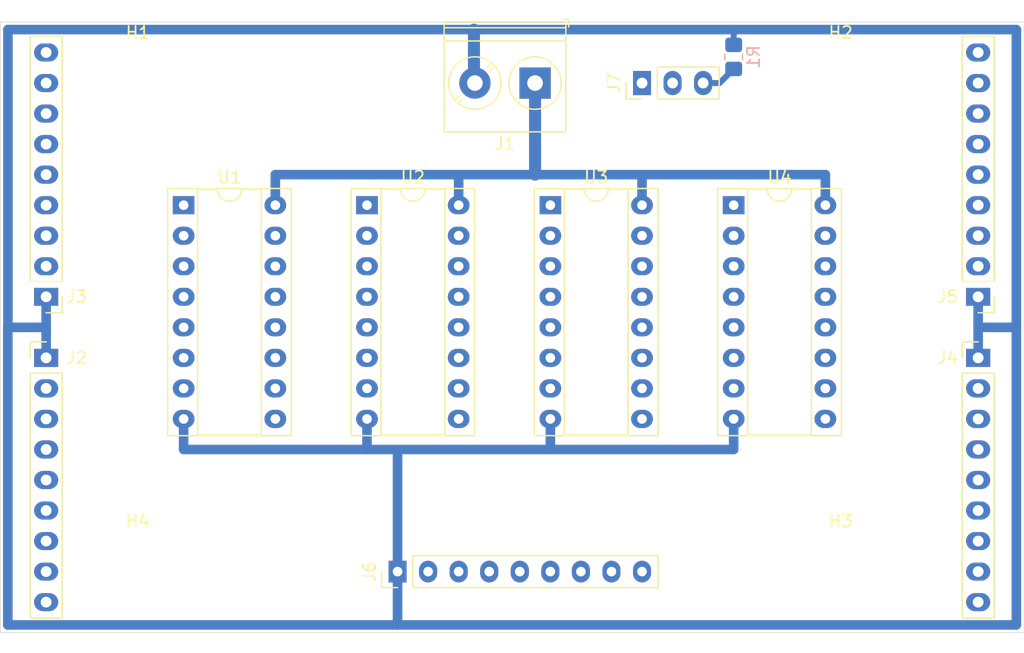
<source format=kicad_pcb>
(kicad_pcb (version 20171130) (host pcbnew "(5.1.8)-1")

  (general
    (thickness 1.6)
    (drawings 4)
    (tracks 43)
    (zones 0)
    (modules 16)
    (nets 46)
  )

  (page A4 portrait)
  (layers
    (0 F.Cu signal)
    (31 B.Cu signal)
    (32 B.Adhes user)
    (33 F.Adhes user)
    (34 B.Paste user)
    (35 F.Paste user)
    (36 B.SilkS user)
    (37 F.SilkS user)
    (38 B.Mask user)
    (39 F.Mask user)
    (40 Dwgs.User user)
    (41 Cmts.User user)
    (42 Eco1.User user)
    (43 Eco2.User user)
    (44 Edge.Cuts user)
    (45 Margin user)
    (46 B.CrtYd user)
    (47 F.CrtYd user)
    (48 B.Fab user)
    (49 F.Fab user)
  )

  (setup
    (last_trace_width 0.5)
    (user_trace_width 0.5)
    (user_trace_width 0.6)
    (user_trace_width 0.8)
    (user_trace_width 1)
    (trace_clearance 0.2)
    (zone_clearance 0.508)
    (zone_45_only no)
    (trace_min 0.2)
    (via_size 1.5)
    (via_drill 0.5)
    (via_min_size 0.4)
    (via_min_drill 0.3)
    (user_via 1.5 0.5)
    (uvia_size 0.3)
    (uvia_drill 0.1)
    (uvias_allowed no)
    (uvia_min_size 0.2)
    (uvia_min_drill 0.1)
    (edge_width 0.05)
    (segment_width 0.2)
    (pcb_text_width 0.3)
    (pcb_text_size 1.5 1.5)
    (mod_edge_width 0.12)
    (mod_text_size 1 1)
    (mod_text_width 0.15)
    (pad_size 2.2 1.5)
    (pad_drill 1.1)
    (pad_to_mask_clearance 0)
    (aux_axis_origin 0 0)
    (visible_elements 7FFFFFFF)
    (pcbplotparams
      (layerselection 0x010fc_ffffffff)
      (usegerberextensions false)
      (usegerberattributes true)
      (usegerberadvancedattributes true)
      (creategerberjobfile true)
      (excludeedgelayer true)
      (linewidth 0.100000)
      (plotframeref false)
      (viasonmask false)
      (mode 1)
      (useauxorigin false)
      (hpglpennumber 1)
      (hpglpenspeed 20)
      (hpglpendiameter 15.000000)
      (psnegative false)
      (psa4output false)
      (plotreference true)
      (plotvalue true)
      (plotinvisibletext false)
      (padsonsilk false)
      (subtractmaskfromsilk false)
      (outputformat 1)
      (mirror false)
      (drillshape 1)
      (scaleselection 1)
      (outputdirectory ""))
  )

  (net 0 "")
  (net 1 VCC)
  (net 2 GND)
  (net 3 /A0)
  (net 4 /A1)
  (net 5 /A2)
  (net 6 /A3)
  (net 7 /A4)
  (net 8 /A5)
  (net 9 /A6)
  (net 10 /A7)
  (net 11 /B7)
  (net 12 /B6)
  (net 13 /B5)
  (net 14 /B4)
  (net 15 /B3)
  (net 16 /B2)
  (net 17 /B1)
  (net 18 /B0)
  (net 19 /C0)
  (net 20 /C1)
  (net 21 /C2)
  (net 22 /C3)
  (net 23 /C4)
  (net 24 /C5)
  (net 25 /C6)
  (net 26 /C7)
  (net 27 /D7)
  (net 28 /D6)
  (net 29 /D5)
  (net 30 /D4)
  (net 31 /D3)
  (net 32 /D2)
  (net 33 /D1)
  (net 34 /D0)
  (net 35 /O0)
  (net 36 /O1)
  (net 37 /O2)
  (net 38 /O3)
  (net 39 /O4)
  (net 40 /O5)
  (net 41 /O6)
  (net 42 /O7)
  (net 43 /~E)
  (net 44 /S1)
  (net 45 /S0)

  (net_class Default "This is the default net class."
    (clearance 0.2)
    (trace_width 0.5)
    (via_dia 1.5)
    (via_drill 0.5)
    (uvia_dia 0.3)
    (uvia_drill 0.1)
    (add_net /A0)
    (add_net /A1)
    (add_net /A2)
    (add_net /A3)
    (add_net /A4)
    (add_net /A5)
    (add_net /A6)
    (add_net /A7)
    (add_net /B0)
    (add_net /B1)
    (add_net /B2)
    (add_net /B3)
    (add_net /B4)
    (add_net /B5)
    (add_net /B6)
    (add_net /B7)
    (add_net /C0)
    (add_net /C1)
    (add_net /C2)
    (add_net /C3)
    (add_net /C4)
    (add_net /C5)
    (add_net /C6)
    (add_net /C7)
    (add_net /D0)
    (add_net /D1)
    (add_net /D2)
    (add_net /D3)
    (add_net /D4)
    (add_net /D5)
    (add_net /D6)
    (add_net /D7)
    (add_net /O0)
    (add_net /O1)
    (add_net /O2)
    (add_net /O3)
    (add_net /O4)
    (add_net /O5)
    (add_net /O6)
    (add_net /O7)
    (add_net /S0)
    (add_net /S1)
    (add_net /~E)
    (add_net GND)
    (add_net VCC)
  )

  (module Package_DIP:DIP-16_W7.62mm_Socket (layer F.Cu) (tedit 5A02E8C5) (tstamp 62E17A5C)
    (at 102.87 73.66)
    (descr "16-lead though-hole mounted DIP package, row spacing 7.62 mm (300 mils), Socket")
    (tags "THT DIP DIL PDIP 2.54mm 7.62mm 300mil Socket")
    (path /62E122CC)
    (fp_text reference U2 (at 3.81 -2.33) (layer F.SilkS)
      (effects (font (size 1 1) (thickness 0.15)))
    )
    (fp_text value 74LS153 (at 3.81 20.11) (layer F.Fab)
      (effects (font (size 1 1) (thickness 0.15)))
    )
    (fp_line (start 9.15 -1.6) (end -1.55 -1.6) (layer F.CrtYd) (width 0.05))
    (fp_line (start 9.15 19.4) (end 9.15 -1.6) (layer F.CrtYd) (width 0.05))
    (fp_line (start -1.55 19.4) (end 9.15 19.4) (layer F.CrtYd) (width 0.05))
    (fp_line (start -1.55 -1.6) (end -1.55 19.4) (layer F.CrtYd) (width 0.05))
    (fp_line (start 8.95 -1.39) (end -1.33 -1.39) (layer F.SilkS) (width 0.12))
    (fp_line (start 8.95 19.17) (end 8.95 -1.39) (layer F.SilkS) (width 0.12))
    (fp_line (start -1.33 19.17) (end 8.95 19.17) (layer F.SilkS) (width 0.12))
    (fp_line (start -1.33 -1.39) (end -1.33 19.17) (layer F.SilkS) (width 0.12))
    (fp_line (start 6.46 -1.33) (end 4.81 -1.33) (layer F.SilkS) (width 0.12))
    (fp_line (start 6.46 19.11) (end 6.46 -1.33) (layer F.SilkS) (width 0.12))
    (fp_line (start 1.16 19.11) (end 6.46 19.11) (layer F.SilkS) (width 0.12))
    (fp_line (start 1.16 -1.33) (end 1.16 19.11) (layer F.SilkS) (width 0.12))
    (fp_line (start 2.81 -1.33) (end 1.16 -1.33) (layer F.SilkS) (width 0.12))
    (fp_line (start 8.89 -1.33) (end -1.27 -1.33) (layer F.Fab) (width 0.1))
    (fp_line (start 8.89 19.11) (end 8.89 -1.33) (layer F.Fab) (width 0.1))
    (fp_line (start -1.27 19.11) (end 8.89 19.11) (layer F.Fab) (width 0.1))
    (fp_line (start -1.27 -1.33) (end -1.27 19.11) (layer F.Fab) (width 0.1))
    (fp_line (start 0.635 -0.27) (end 1.635 -1.27) (layer F.Fab) (width 0.1))
    (fp_line (start 0.635 19.05) (end 0.635 -0.27) (layer F.Fab) (width 0.1))
    (fp_line (start 6.985 19.05) (end 0.635 19.05) (layer F.Fab) (width 0.1))
    (fp_line (start 6.985 -1.27) (end 6.985 19.05) (layer F.Fab) (width 0.1))
    (fp_line (start 1.635 -1.27) (end 6.985 -1.27) (layer F.Fab) (width 0.1))
    (fp_text user %R (at 3.81 8.89) (layer F.Fab)
      (effects (font (size 1 1) (thickness 0.15)))
    )
    (fp_arc (start 3.81 -1.33) (end 2.81 -1.33) (angle -180) (layer F.SilkS) (width 0.12))
    (pad 16 thru_hole oval (at 7.62 0) (size 1.8 1.5) (drill 0.8) (layers *.Cu *.Mask)
      (net 1 VCC))
    (pad 8 thru_hole oval (at 0 17.78) (size 1.8 1.5) (drill 0.8) (layers *.Cu *.Mask)
      (net 2 GND))
    (pad 15 thru_hole oval (at 7.62 2.54) (size 1.8 1.5) (drill 0.8) (layers *.Cu *.Mask)
      (net 43 /~E))
    (pad 7 thru_hole oval (at 0 15.24) (size 1.8 1.5) (drill 0.8) (layers *.Cu *.Mask)
      (net 37 /O2))
    (pad 14 thru_hole oval (at 7.62 5.08) (size 1.8 1.5) (drill 0.8) (layers *.Cu *.Mask)
      (net 45 /S0))
    (pad 6 thru_hole oval (at 0 12.7) (size 1.8 1.5) (drill 0.8) (layers *.Cu *.Mask)
      (net 5 /A2))
    (pad 13 thru_hole oval (at 7.62 7.62) (size 1.8 1.5) (drill 0.8) (layers *.Cu *.Mask)
      (net 31 /D3))
    (pad 5 thru_hole oval (at 0 10.16) (size 1.8 1.5) (drill 0.8) (layers *.Cu *.Mask)
      (net 16 /B2))
    (pad 12 thru_hole oval (at 7.62 10.16) (size 1.8 1.5) (drill 0.8) (layers *.Cu *.Mask)
      (net 22 /C3))
    (pad 4 thru_hole oval (at 0 7.62) (size 1.8 1.5) (drill 0.8) (layers *.Cu *.Mask)
      (net 21 /C2))
    (pad 11 thru_hole oval (at 7.62 12.7) (size 1.8 1.5) (drill 0.8) (layers *.Cu *.Mask)
      (net 15 /B3))
    (pad 3 thru_hole oval (at 0 5.08) (size 1.8 1.5) (drill 0.8) (layers *.Cu *.Mask)
      (net 32 /D2))
    (pad 10 thru_hole oval (at 7.62 15.24) (size 1.8 1.5) (drill 0.8) (layers *.Cu *.Mask)
      (net 6 /A3))
    (pad 2 thru_hole oval (at 0 2.54) (size 1.8 1.5) (drill 0.8) (layers *.Cu *.Mask)
      (net 44 /S1))
    (pad 9 thru_hole oval (at 7.62 17.78) (size 1.8 1.5) (drill 0.8) (layers *.Cu *.Mask)
      (net 38 /O3))
    (pad 1 thru_hole rect (at 0 0) (size 1.8 1.5) (drill 0.8) (layers *.Cu *.Mask)
      (net 43 /~E))
    (model ${KISYS3DMOD}/Package_DIP.3dshapes/DIP-16_W7.62mm_Socket.wrl
      (at (xyz 0 0 0))
      (scale (xyz 1 1 1))
      (rotate (xyz 0 0 0))
    )
  )

  (module Resistor_SMD:R_0805_2012Metric_Pad1.20x1.40mm_HandSolder (layer B.Cu) (tedit 5F68FEEE) (tstamp 62E187BA)
    (at 133.35 61.325 90)
    (descr "Resistor SMD 0805 (2012 Metric), square (rectangular) end terminal, IPC_7351 nominal with elongated pad for handsoldering. (Body size source: IPC-SM-782 page 72, https://www.pcb-3d.com/wordpress/wp-content/uploads/ipc-sm-782a_amendment_1_and_2.pdf), generated with kicad-footprint-generator")
    (tags "resistor handsolder")
    (path /62E1F3C7)
    (attr smd)
    (fp_text reference R1 (at 0 1.65 90) (layer B.SilkS)
      (effects (font (size 1 1) (thickness 0.15)) (justify mirror))
    )
    (fp_text value R (at 0 -1.65 90) (layer B.Fab)
      (effects (font (size 1 1) (thickness 0.15)) (justify mirror))
    )
    (fp_line (start -1 -0.625) (end -1 0.625) (layer B.Fab) (width 0.1))
    (fp_line (start -1 0.625) (end 1 0.625) (layer B.Fab) (width 0.1))
    (fp_line (start 1 0.625) (end 1 -0.625) (layer B.Fab) (width 0.1))
    (fp_line (start 1 -0.625) (end -1 -0.625) (layer B.Fab) (width 0.1))
    (fp_line (start -0.227064 0.735) (end 0.227064 0.735) (layer B.SilkS) (width 0.12))
    (fp_line (start -0.227064 -0.735) (end 0.227064 -0.735) (layer B.SilkS) (width 0.12))
    (fp_line (start -1.85 -0.95) (end -1.85 0.95) (layer B.CrtYd) (width 0.05))
    (fp_line (start -1.85 0.95) (end 1.85 0.95) (layer B.CrtYd) (width 0.05))
    (fp_line (start 1.85 0.95) (end 1.85 -0.95) (layer B.CrtYd) (width 0.05))
    (fp_line (start 1.85 -0.95) (end -1.85 -0.95) (layer B.CrtYd) (width 0.05))
    (fp_text user %R (at 0 0 90) (layer B.Fab)
      (effects (font (size 0.5 0.5) (thickness 0.08)) (justify mirror))
    )
    (pad 2 smd roundrect (at 1 0 90) (size 1.2 1.4) (layers B.Cu B.Paste B.Mask) (roundrect_rratio 0.208333)
      (net 2 GND))
    (pad 1 smd roundrect (at -1 0 90) (size 1.2 1.4) (layers B.Cu B.Paste B.Mask) (roundrect_rratio 0.208333)
      (net 43 /~E))
    (model ${KISYS3DMOD}/Resistor_SMD.3dshapes/R_0805_2012Metric.wrl
      (at (xyz 0 0 0))
      (scale (xyz 1 1 1))
      (rotate (xyz 0 0 0))
    )
  )

  (module Connector_PinHeader_2.54mm:PinHeader_1x03_P2.54mm_Vertical (layer F.Cu) (tedit 59FED5CC) (tstamp 62E187A9)
    (at 125.73 63.5 90)
    (descr "Through hole straight pin header, 1x03, 2.54mm pitch, single row")
    (tags "Through hole pin header THT 1x03 2.54mm single row")
    (path /62E1D5C5)
    (fp_text reference J7 (at 0 -2.33 90) (layer F.SilkS)
      (effects (font (size 1 1) (thickness 0.15)))
    )
    (fp_text value Conn_01x03_Male (at 0 7.41 90) (layer F.Fab)
      (effects (font (size 1 1) (thickness 0.15)))
    )
    (fp_line (start -0.635 -1.27) (end 1.27 -1.27) (layer F.Fab) (width 0.1))
    (fp_line (start 1.27 -1.27) (end 1.27 6.35) (layer F.Fab) (width 0.1))
    (fp_line (start 1.27 6.35) (end -1.27 6.35) (layer F.Fab) (width 0.1))
    (fp_line (start -1.27 6.35) (end -1.27 -0.635) (layer F.Fab) (width 0.1))
    (fp_line (start -1.27 -0.635) (end -0.635 -1.27) (layer F.Fab) (width 0.1))
    (fp_line (start -1.33 6.41) (end 1.33 6.41) (layer F.SilkS) (width 0.12))
    (fp_line (start -1.33 1.27) (end -1.33 6.41) (layer F.SilkS) (width 0.12))
    (fp_line (start 1.33 1.27) (end 1.33 6.41) (layer F.SilkS) (width 0.12))
    (fp_line (start -1.33 1.27) (end 1.33 1.27) (layer F.SilkS) (width 0.12))
    (fp_line (start -1.33 0) (end -1.33 -1.33) (layer F.SilkS) (width 0.12))
    (fp_line (start -1.33 -1.33) (end 0 -1.33) (layer F.SilkS) (width 0.12))
    (fp_line (start -1.8 -1.8) (end -1.8 6.85) (layer F.CrtYd) (width 0.05))
    (fp_line (start -1.8 6.85) (end 1.8 6.85) (layer F.CrtYd) (width 0.05))
    (fp_line (start 1.8 6.85) (end 1.8 -1.8) (layer F.CrtYd) (width 0.05))
    (fp_line (start 1.8 -1.8) (end -1.8 -1.8) (layer F.CrtYd) (width 0.05))
    (fp_text user %R (at 0 2.54) (layer F.Fab)
      (effects (font (size 1 1) (thickness 0.15)))
    )
    (pad 3 thru_hole oval (at 0 5.08 90) (size 2 1.5) (drill 0.9) (layers *.Cu *.Mask)
      (net 43 /~E))
    (pad 2 thru_hole oval (at 0 2.54 90) (size 2 1.5) (drill 0.9) (layers *.Cu *.Mask)
      (net 44 /S1))
    (pad 1 thru_hole rect (at 0 0 90) (size 2 1.5) (drill 0.9) (layers *.Cu *.Mask)
      (net 45 /S0))
    (model ${KISYS3DMOD}/Connector_PinHeader_2.54mm.3dshapes/PinHeader_1x03_P2.54mm_Vertical.wrl
      (at (xyz 0 0 0))
      (scale (xyz 1 1 1))
      (rotate (xyz 0 0 0))
    )
  )

  (module MountingHole:MountingHole_3.2mm_M3 (layer F.Cu) (tedit 56D1B4CB) (tstamp 62E1859D)
    (at 83.82 63.5)
    (descr "Mounting Hole 3.2mm, no annular, M3")
    (tags "mounting hole 3.2mm no annular m3")
    (path /62E202A1)
    (attr virtual)
    (fp_text reference H1 (at 0 -4.2) (layer F.SilkS)
      (effects (font (size 1 1) (thickness 0.15)))
    )
    (fp_text value MountingHole (at 0 4.2) (layer F.Fab)
      (effects (font (size 1 1) (thickness 0.15)))
    )
    (fp_circle (center 0 0) (end 3.2 0) (layer Cmts.User) (width 0.15))
    (fp_circle (center 0 0) (end 3.45 0) (layer F.CrtYd) (width 0.05))
    (fp_text user %R (at 0.3 0) (layer F.Fab)
      (effects (font (size 1 1) (thickness 0.15)))
    )
    (pad 1 np_thru_hole circle (at 0 0) (size 3.2 3.2) (drill 3.2) (layers *.Cu *.Mask))
  )

  (module MountingHole:MountingHole_3.2mm_M3 (layer F.Cu) (tedit 56D1B4CB) (tstamp 62E17939)
    (at 142.24 63.5)
    (descr "Mounting Hole 3.2mm, no annular, M3")
    (tags "mounting hole 3.2mm no annular m3")
    (path /62E20901)
    (attr virtual)
    (fp_text reference H2 (at 0 -4.2) (layer F.SilkS)
      (effects (font (size 1 1) (thickness 0.15)))
    )
    (fp_text value MountingHole (at 0 4.2) (layer F.Fab)
      (effects (font (size 1 1) (thickness 0.15)))
    )
    (fp_circle (center 0 0) (end 3.45 0) (layer F.CrtYd) (width 0.05))
    (fp_circle (center 0 0) (end 3.2 0) (layer Cmts.User) (width 0.15))
    (fp_text user %R (at 0.3 0) (layer F.Fab)
      (effects (font (size 1 1) (thickness 0.15)))
    )
    (pad 1 np_thru_hole circle (at 0 0) (size 3.2 3.2) (drill 3.2) (layers *.Cu *.Mask))
  )

  (module MountingHole:MountingHole_3.2mm_M3 (layer F.Cu) (tedit 56D1B4CB) (tstamp 62E17941)
    (at 142.24 104.14)
    (descr "Mounting Hole 3.2mm, no annular, M3")
    (tags "mounting hole 3.2mm no annular m3")
    (path /62E20B20)
    (attr virtual)
    (fp_text reference H3 (at 0 -4.2) (layer F.SilkS)
      (effects (font (size 1 1) (thickness 0.15)))
    )
    (fp_text value MountingHole (at 0 4.2) (layer F.Fab)
      (effects (font (size 1 1) (thickness 0.15)))
    )
    (fp_circle (center 0 0) (end 3.2 0) (layer Cmts.User) (width 0.15))
    (fp_circle (center 0 0) (end 3.45 0) (layer F.CrtYd) (width 0.05))
    (fp_text user %R (at 0.3 0) (layer F.Fab)
      (effects (font (size 1 1) (thickness 0.15)))
    )
    (pad 1 np_thru_hole circle (at 0 0) (size 3.2 3.2) (drill 3.2) (layers *.Cu *.Mask))
  )

  (module MountingHole:MountingHole_3.2mm_M3 (layer F.Cu) (tedit 56D1B4CB) (tstamp 62E17949)
    (at 83.82 104.14)
    (descr "Mounting Hole 3.2mm, no annular, M3")
    (tags "mounting hole 3.2mm no annular m3")
    (path /62E20CC6)
    (attr virtual)
    (fp_text reference H4 (at 0 -4.2) (layer F.SilkS)
      (effects (font (size 1 1) (thickness 0.15)))
    )
    (fp_text value MountingHole (at 0 4.2) (layer F.Fab)
      (effects (font (size 1 1) (thickness 0.15)))
    )
    (fp_circle (center 0 0) (end 3.45 0) (layer F.CrtYd) (width 0.05))
    (fp_circle (center 0 0) (end 3.2 0) (layer Cmts.User) (width 0.15))
    (fp_text user %R (at 0.3 0) (layer F.Fab)
      (effects (font (size 1 1) (thickness 0.15)))
    )
    (pad 1 np_thru_hole circle (at 0 0) (size 3.2 3.2) (drill 3.2) (layers *.Cu *.Mask))
  )

  (module TerminalBlock_Phoenix:TerminalBlock_Phoenix_PT-1,5-2-5.0-H_1x02_P5.00mm_Horizontal (layer F.Cu) (tedit 62E12323) (tstamp 62E182FD)
    (at 116.84 63.5 180)
    (descr "Terminal Block Phoenix PT-1,5-2-5.0-H, 2 pins, pitch 5mm, size 10x9mm^2, drill diamater 1.3mm, pad diameter 2.6mm, see http://www.mouser.com/ds/2/324/ItemDetail_1935161-922578.pdf, script-generated using https://github.com/pointhi/kicad-footprint-generator/scripts/TerminalBlock_Phoenix")
    (tags "THT Terminal Block Phoenix PT-1,5-2-5.0-H pitch 5mm size 10x9mm^2 drill 1.3mm pad 2.6mm")
    (path /62E1EF2D)
    (fp_text reference J1 (at 2.5 -5.06) (layer F.SilkS)
      (effects (font (size 1 1) (thickness 0.15)))
    )
    (fp_text value Screw_Terminal_01x02 (at 2.5 6.06) (layer F.Fab)
      (effects (font (size 1 1) (thickness 0.15)))
    )
    (fp_circle (center 0 0) (end 2 0) (layer F.Fab) (width 0.1))
    (fp_circle (center 0 0) (end 2.18 0) (layer F.SilkS) (width 0.12))
    (fp_circle (center 5 0) (end 7 0) (layer F.Fab) (width 0.1))
    (fp_circle (center 5 0) (end 7.18 0) (layer F.SilkS) (width 0.12))
    (fp_line (start -2.5 -4) (end 7.5 -4) (layer F.Fab) (width 0.1))
    (fp_line (start 7.5 -4) (end 7.5 5) (layer F.Fab) (width 0.1))
    (fp_line (start 7.5 5) (end -2.1 5) (layer F.Fab) (width 0.1))
    (fp_line (start -2.1 5) (end -2.5 4.6) (layer F.Fab) (width 0.1))
    (fp_line (start -2.5 4.6) (end -2.5 -4) (layer F.Fab) (width 0.1))
    (fp_line (start -2.5 4.6) (end 7.5 4.6) (layer F.Fab) (width 0.1))
    (fp_line (start -2.56 4.6) (end 7.56 4.6) (layer F.SilkS) (width 0.12))
    (fp_line (start -2.5 3.5) (end 7.5 3.5) (layer F.Fab) (width 0.1))
    (fp_line (start -2.56 3.5) (end 7.56 3.5) (layer F.SilkS) (width 0.12))
    (fp_line (start -2.56 -4.06) (end 7.56 -4.06) (layer F.SilkS) (width 0.12))
    (fp_line (start -2.56 5.06) (end 7.56 5.06) (layer F.SilkS) (width 0.12))
    (fp_line (start -2.56 -4.06) (end -2.56 5.06) (layer F.SilkS) (width 0.12))
    (fp_line (start 7.56 -4.06) (end 7.56 5.06) (layer F.SilkS) (width 0.12))
    (fp_line (start 1.517 -1.273) (end -1.273 1.517) (layer F.Fab) (width 0.1))
    (fp_line (start 1.273 -1.517) (end -1.517 1.273) (layer F.Fab) (width 0.1))
    (fp_line (start 1.654 -1.388) (end 1.547 -1.281) (layer F.SilkS) (width 0.12))
    (fp_line (start -1.282 1.547) (end -1.388 1.654) (layer F.SilkS) (width 0.12))
    (fp_line (start 1.388 -1.654) (end 1.281 -1.547) (layer F.SilkS) (width 0.12))
    (fp_line (start -1.548 1.281) (end -1.654 1.388) (layer F.SilkS) (width 0.12))
    (fp_line (start 6.517 -1.273) (end 3.728 1.517) (layer F.Fab) (width 0.1))
    (fp_line (start 6.273 -1.517) (end 3.484 1.273) (layer F.Fab) (width 0.1))
    (fp_line (start 6.654 -1.388) (end 6.259 -0.992) (layer F.SilkS) (width 0.12))
    (fp_line (start 3.993 1.274) (end 3.613 1.654) (layer F.SilkS) (width 0.12))
    (fp_line (start 6.388 -1.654) (end 6.008 -1.274) (layer F.SilkS) (width 0.12))
    (fp_line (start 3.742 0.992) (end 3.347 1.388) (layer F.SilkS) (width 0.12))
    (fp_line (start -2.8 4.66) (end -2.8 5.3) (layer F.SilkS) (width 0.12))
    (fp_line (start -2.8 5.3) (end -2.4 5.3) (layer F.SilkS) (width 0.12))
    (fp_line (start -3 -4.5) (end -3 5.5) (layer F.CrtYd) (width 0.05))
    (fp_line (start -3 5.5) (end 8 5.5) (layer F.CrtYd) (width 0.05))
    (fp_line (start 8 5.5) (end 8 -4.5) (layer F.CrtYd) (width 0.05))
    (fp_line (start 8 -4.5) (end -3 -4.5) (layer F.CrtYd) (width 0.05))
    (fp_text user %R (at 2.5 2.9) (layer F.Fab)
      (effects (font (size 1 1) (thickness 0.15)))
    )
    (pad 1 thru_hole rect (at 0 0 180) (size 2.6 2.6) (drill 1.3) (layers *.Cu *.Mask)
      (net 1 VCC))
    (pad 2 thru_hole circle (at 5 0 180) (size 2.6 2.6) (drill 1.3) (layers *.Cu *.Mask)
      (net 2 GND))
    (model ${KISYS3DMOD}/TerminalBlock_Phoenix.3dshapes/TerminalBlock_Phoenix_PT-1,5-2-5.0-H_1x02_P5.00mm_Horizontal.wrl
      (at (xyz 0 0 0))
      (scale (xyz 1 1 1))
      (rotate (xyz 0 0 0))
    )
  )

  (module Connector_PinHeader_2.54mm:PinHeader_1x09_P2.54mm_Vertical (layer F.Cu) (tedit 59FED5CC) (tstamp 62E17990)
    (at 76.2 86.36)
    (descr "Through hole straight pin header, 1x09, 2.54mm pitch, single row")
    (tags "Through hole pin header THT 1x09 2.54mm single row")
    (path /62E15B39)
    (fp_text reference J2 (at 2.54 0) (layer F.SilkS)
      (effects (font (size 1 1) (thickness 0.15)))
    )
    (fp_text value Conn_01x09_Male (at 2.54 13.97 90) (layer F.Fab)
      (effects (font (size 1 1) (thickness 0.15)))
    )
    (fp_line (start -0.635 -1.27) (end 1.27 -1.27) (layer F.Fab) (width 0.1))
    (fp_line (start 1.27 -1.27) (end 1.27 21.59) (layer F.Fab) (width 0.1))
    (fp_line (start 1.27 21.59) (end -1.27 21.59) (layer F.Fab) (width 0.1))
    (fp_line (start -1.27 21.59) (end -1.27 -0.635) (layer F.Fab) (width 0.1))
    (fp_line (start -1.27 -0.635) (end -0.635 -1.27) (layer F.Fab) (width 0.1))
    (fp_line (start -1.33 21.65) (end 1.33 21.65) (layer F.SilkS) (width 0.12))
    (fp_line (start -1.33 1.27) (end -1.33 21.65) (layer F.SilkS) (width 0.12))
    (fp_line (start 1.33 1.27) (end 1.33 21.65) (layer F.SilkS) (width 0.12))
    (fp_line (start -1.33 1.27) (end 1.33 1.27) (layer F.SilkS) (width 0.12))
    (fp_line (start -1.33 0) (end -1.33 -1.33) (layer F.SilkS) (width 0.12))
    (fp_line (start -1.33 -1.33) (end 0 -1.33) (layer F.SilkS) (width 0.12))
    (fp_line (start -1.8 -1.8) (end -1.8 22.1) (layer F.CrtYd) (width 0.05))
    (fp_line (start -1.8 22.1) (end 1.8 22.1) (layer F.CrtYd) (width 0.05))
    (fp_line (start 1.8 22.1) (end 1.8 -1.8) (layer F.CrtYd) (width 0.05))
    (fp_line (start 1.8 -1.8) (end -1.8 -1.8) (layer F.CrtYd) (width 0.05))
    (fp_text user %R (at 0 10.16 90) (layer F.Fab)
      (effects (font (size 1 1) (thickness 0.15)))
    )
    (pad 1 thru_hole rect (at 0 0) (size 2 1.5) (drill 0.9) (layers *.Cu *.Mask)
      (net 2 GND))
    (pad 2 thru_hole oval (at 0 2.54) (size 2 1.5) (drill 0.9) (layers *.Cu *.Mask)
      (net 3 /A0))
    (pad 3 thru_hole oval (at 0 5.08) (size 2 1.5) (drill 0.9) (layers *.Cu *.Mask)
      (net 4 /A1))
    (pad 4 thru_hole oval (at 0 7.62) (size 2 1.5) (drill 0.9) (layers *.Cu *.Mask)
      (net 5 /A2))
    (pad 5 thru_hole oval (at 0 10.16) (size 2 1.5) (drill 0.9) (layers *.Cu *.Mask)
      (net 6 /A3))
    (pad 6 thru_hole oval (at 0 12.7) (size 2 1.5) (drill 0.9) (layers *.Cu *.Mask)
      (net 7 /A4))
    (pad 7 thru_hole oval (at 0 15.24) (size 2 1.5) (drill 0.9) (layers *.Cu *.Mask)
      (net 8 /A5))
    (pad 8 thru_hole oval (at 0 17.78) (size 2 1.5) (drill 0.9) (layers *.Cu *.Mask)
      (net 9 /A6))
    (pad 9 thru_hole oval (at 0 20.32) (size 2 1.5) (drill 0.9) (layers *.Cu *.Mask)
      (net 10 /A7))
    (model ${KISYS3DMOD}/Connector_PinHeader_2.54mm.3dshapes/PinHeader_1x09_P2.54mm_Vertical.wrl
      (at (xyz 0 0 0))
      (scale (xyz 1 1 1))
      (rotate (xyz 0 0 0))
    )
  )

  (module Connector_PinHeader_2.54mm:PinHeader_1x09_P2.54mm_Vertical (layer F.Cu) (tedit 62E14758) (tstamp 62E179AD)
    (at 76.2 81.28 180)
    (descr "Through hole straight pin header, 1x09, 2.54mm pitch, single row")
    (tags "Through hole pin header THT 1x09 2.54mm single row")
    (path /62E1692B)
    (fp_text reference J3 (at -2.54 0) (layer F.SilkS)
      (effects (font (size 1 1) (thickness 0.15)))
    )
    (fp_text value Conn_01x09_Male (at -2.54 10.16 90) (layer F.Fab)
      (effects (font (size 1 1) (thickness 0.15)))
    )
    (fp_line (start 1.8 -1.8) (end -1.8 -1.8) (layer F.CrtYd) (width 0.05))
    (fp_line (start 1.8 22.1) (end 1.8 -1.8) (layer F.CrtYd) (width 0.05))
    (fp_line (start -1.8 22.1) (end 1.8 22.1) (layer F.CrtYd) (width 0.05))
    (fp_line (start -1.8 -1.8) (end -1.8 22.1) (layer F.CrtYd) (width 0.05))
    (fp_line (start -1.33 -1.33) (end 0 -1.33) (layer F.SilkS) (width 0.12))
    (fp_line (start -1.33 0) (end -1.33 -1.33) (layer F.SilkS) (width 0.12))
    (fp_line (start -1.33 1.27) (end 1.33 1.27) (layer F.SilkS) (width 0.12))
    (fp_line (start 1.33 1.27) (end 1.33 21.65) (layer F.SilkS) (width 0.12))
    (fp_line (start -1.33 1.27) (end -1.33 21.65) (layer F.SilkS) (width 0.12))
    (fp_line (start -1.33 21.65) (end 1.33 21.65) (layer F.SilkS) (width 0.12))
    (fp_line (start -1.27 -0.635) (end -0.635 -1.27) (layer F.Fab) (width 0.1))
    (fp_line (start -1.27 21.59) (end -1.27 -0.635) (layer F.Fab) (width 0.1))
    (fp_line (start 1.27 21.59) (end -1.27 21.59) (layer F.Fab) (width 0.1))
    (fp_line (start 1.27 -1.27) (end 1.27 21.59) (layer F.Fab) (width 0.1))
    (fp_line (start -0.635 -1.27) (end 1.27 -1.27) (layer F.Fab) (width 0.1))
    (fp_text user %R (at 0 10.16 90) (layer F.Fab)
      (effects (font (size 1 1) (thickness 0.15)))
    )
    (pad 9 thru_hole oval (at 0 20.32 180) (size 2 1.5) (drill 0.9) (layers *.Cu *.Mask)
      (net 11 /B7))
    (pad 8 thru_hole oval (at 0 17.78 180) (size 2 1.5) (drill 0.9) (layers *.Cu *.Mask)
      (net 12 /B6))
    (pad 7 thru_hole oval (at 0 15.24 180) (size 2 1.5) (drill 0.9) (layers *.Cu *.Mask)
      (net 13 /B5))
    (pad 6 thru_hole oval (at 0 12.7 180) (size 2 1.5) (drill 0.9) (layers *.Cu *.Mask)
      (net 14 /B4))
    (pad 5 thru_hole oval (at 0 10.16 180) (size 2 1.5) (drill 0.9) (layers *.Cu *.Mask)
      (net 15 /B3))
    (pad 4 thru_hole oval (at 0 7.62 180) (size 2 1.5) (drill 0.9) (layers *.Cu *.Mask)
      (net 16 /B2))
    (pad 3 thru_hole oval (at 0 5.08 180) (size 2 1.5) (drill 0.9) (layers *.Cu *.Mask)
      (net 17 /B1))
    (pad 2 thru_hole oval (at 0 2.54 180) (size 2 1.5) (drill 0.9) (layers *.Cu *.Mask)
      (net 18 /B0))
    (pad 1 thru_hole rect (at 0 0 180) (size 2 1.5) (drill 0.9) (layers *.Cu *.Mask)
      (net 2 GND))
    (model ${KISYS3DMOD}/Connector_PinHeader_2.54mm.3dshapes/PinHeader_1x09_P2.54mm_Vertical.wrl
      (at (xyz 0 0 0))
      (scale (xyz 1 1 1))
      (rotate (xyz 0 0 0))
    )
  )

  (module Connector_PinHeader_2.54mm:PinHeader_1x09_P2.54mm_Vertical (layer F.Cu) (tedit 59FED5CC) (tstamp 62E179CA)
    (at 153.67 86.36)
    (descr "Through hole straight pin header, 1x09, 2.54mm pitch, single row")
    (tags "Through hole pin header THT 1x09 2.54mm single row")
    (path /62E17332)
    (fp_text reference J4 (at -2.54 0) (layer F.SilkS)
      (effects (font (size 1 1) (thickness 0.15)))
    )
    (fp_text value Conn_01x09_Male (at -3.81 10.16 90) (layer F.Fab)
      (effects (font (size 1 1) (thickness 0.15)))
    )
    (fp_line (start -0.635 -1.27) (end 1.27 -1.27) (layer F.Fab) (width 0.1))
    (fp_line (start 1.27 -1.27) (end 1.27 21.59) (layer F.Fab) (width 0.1))
    (fp_line (start 1.27 21.59) (end -1.27 21.59) (layer F.Fab) (width 0.1))
    (fp_line (start -1.27 21.59) (end -1.27 -0.635) (layer F.Fab) (width 0.1))
    (fp_line (start -1.27 -0.635) (end -0.635 -1.27) (layer F.Fab) (width 0.1))
    (fp_line (start -1.33 21.65) (end 1.33 21.65) (layer F.SilkS) (width 0.12))
    (fp_line (start -1.33 1.27) (end -1.33 21.65) (layer F.SilkS) (width 0.12))
    (fp_line (start 1.33 1.27) (end 1.33 21.65) (layer F.SilkS) (width 0.12))
    (fp_line (start -1.33 1.27) (end 1.33 1.27) (layer F.SilkS) (width 0.12))
    (fp_line (start -1.33 0) (end -1.33 -1.33) (layer F.SilkS) (width 0.12))
    (fp_line (start -1.33 -1.33) (end 0 -1.33) (layer F.SilkS) (width 0.12))
    (fp_line (start -1.8 -1.8) (end -1.8 22.1) (layer F.CrtYd) (width 0.05))
    (fp_line (start -1.8 22.1) (end 1.8 22.1) (layer F.CrtYd) (width 0.05))
    (fp_line (start 1.8 22.1) (end 1.8 -1.8) (layer F.CrtYd) (width 0.05))
    (fp_line (start 1.8 -1.8) (end -1.8 -1.8) (layer F.CrtYd) (width 0.05))
    (fp_text user %R (at 0 10.16 90) (layer F.Fab)
      (effects (font (size 1 1) (thickness 0.15)))
    )
    (pad 1 thru_hole rect (at 0 0) (size 2 1.5) (drill 0.9) (layers *.Cu *.Mask)
      (net 2 GND))
    (pad 2 thru_hole oval (at 0 2.54) (size 2 1.5) (drill 0.9) (layers *.Cu *.Mask)
      (net 19 /C0))
    (pad 3 thru_hole oval (at 0 5.08) (size 2 1.5) (drill 0.9) (layers *.Cu *.Mask)
      (net 20 /C1))
    (pad 4 thru_hole oval (at 0 7.62) (size 2 1.5) (drill 0.9) (layers *.Cu *.Mask)
      (net 21 /C2))
    (pad 5 thru_hole oval (at 0 10.16) (size 2 1.5) (drill 0.9) (layers *.Cu *.Mask)
      (net 22 /C3))
    (pad 6 thru_hole oval (at 0 12.7) (size 2 1.5) (drill 0.9) (layers *.Cu *.Mask)
      (net 23 /C4))
    (pad 7 thru_hole oval (at 0 15.24) (size 2 1.5) (drill 0.9) (layers *.Cu *.Mask)
      (net 24 /C5))
    (pad 8 thru_hole oval (at 0 17.78) (size 2 1.5) (drill 0.9) (layers *.Cu *.Mask)
      (net 25 /C6))
    (pad 9 thru_hole oval (at 0 20.32) (size 2 1.5) (drill 0.9) (layers *.Cu *.Mask)
      (net 26 /C7))
    (model ${KISYS3DMOD}/Connector_PinHeader_2.54mm.3dshapes/PinHeader_1x09_P2.54mm_Vertical.wrl
      (at (xyz 0 0 0))
      (scale (xyz 1 1 1))
      (rotate (xyz 0 0 0))
    )
  )

  (module Connector_PinHeader_2.54mm:PinHeader_1x09_P2.54mm_Vertical (layer F.Cu) (tedit 62E18284) (tstamp 62E179E7)
    (at 153.67 81.28 180)
    (descr "Through hole straight pin header, 1x09, 2.54mm pitch, single row")
    (tags "Through hole pin header THT 1x09 2.54mm single row")
    (path /62E180B6)
    (fp_text reference J5 (at 2.54 0) (layer F.SilkS)
      (effects (font (size 1 1) (thickness 0.15)))
    )
    (fp_text value Conn_01x09_Male (at 2.54 11.43 90) (layer F.Fab)
      (effects (font (size 1 1) (thickness 0.15)))
    )
    (fp_line (start 1.8 -1.8) (end -1.8 -1.8) (layer F.CrtYd) (width 0.05))
    (fp_line (start 1.8 22.1) (end 1.8 -1.8) (layer F.CrtYd) (width 0.05))
    (fp_line (start -1.8 22.1) (end 1.8 22.1) (layer F.CrtYd) (width 0.05))
    (fp_line (start -1.8 -1.8) (end -1.8 22.1) (layer F.CrtYd) (width 0.05))
    (fp_line (start -1.33 -1.33) (end 0 -1.33) (layer F.SilkS) (width 0.12))
    (fp_line (start -1.33 0) (end -1.33 -1.33) (layer F.SilkS) (width 0.12))
    (fp_line (start -1.33 1.27) (end 1.33 1.27) (layer F.SilkS) (width 0.12))
    (fp_line (start 1.33 1.27) (end 1.33 21.65) (layer F.SilkS) (width 0.12))
    (fp_line (start -1.33 1.27) (end -1.33 21.65) (layer F.SilkS) (width 0.12))
    (fp_line (start -1.33 21.65) (end 1.33 21.65) (layer F.SilkS) (width 0.12))
    (fp_line (start -1.27 -0.635) (end -0.635 -1.27) (layer F.Fab) (width 0.1))
    (fp_line (start -1.27 21.59) (end -1.27 -0.635) (layer F.Fab) (width 0.1))
    (fp_line (start 1.27 21.59) (end -1.27 21.59) (layer F.Fab) (width 0.1))
    (fp_line (start 1.27 -1.27) (end 1.27 21.59) (layer F.Fab) (width 0.1))
    (fp_line (start -0.635 -1.27) (end 1.27 -1.27) (layer F.Fab) (width 0.1))
    (fp_text user %R (at 0 10.16 90) (layer F.Fab)
      (effects (font (size 1 1) (thickness 0.15)))
    )
    (pad 9 thru_hole oval (at 0 20.32 180) (size 2 1.5) (drill 0.9) (layers *.Cu *.Mask)
      (net 27 /D7))
    (pad 8 thru_hole oval (at 0 17.78 180) (size 2 1.5) (drill 0.9) (layers *.Cu *.Mask)
      (net 28 /D6))
    (pad 7 thru_hole oval (at 0 15.24 180) (size 2 1.5) (drill 0.9) (layers *.Cu *.Mask)
      (net 29 /D5))
    (pad 6 thru_hole oval (at 0 12.7 180) (size 2 1.5) (drill 0.9) (layers *.Cu *.Mask)
      (net 30 /D4))
    (pad 5 thru_hole oval (at 0 10.16 180) (size 2 1.5) (drill 0.9) (layers *.Cu *.Mask)
      (net 31 /D3))
    (pad 4 thru_hole oval (at 0 7.62 180) (size 2 1.5) (drill 0.9) (layers *.Cu *.Mask)
      (net 32 /D2))
    (pad 3 thru_hole oval (at 0 5.08 180) (size 2 1.5) (drill 0.9) (layers *.Cu *.Mask)
      (net 33 /D1))
    (pad 2 thru_hole oval (at 0 2.54 180) (size 2 1.5) (drill 0.9) (layers *.Cu *.Mask)
      (net 34 /D0))
    (pad 1 thru_hole rect (at 0 0 180) (size 2 1.5) (drill 0.9) (layers *.Cu *.Mask)
      (net 2 GND))
    (model ${KISYS3DMOD}/Connector_PinHeader_2.54mm.3dshapes/PinHeader_1x09_P2.54mm_Vertical.wrl
      (at (xyz 0 0 0))
      (scale (xyz 1 1 1))
      (rotate (xyz 0 0 0))
    )
  )

  (module Connector_PinHeader_2.54mm:PinHeader_1x09_P2.54mm_Vertical (layer F.Cu) (tedit 59FED5CC) (tstamp 62E17A04)
    (at 105.41 104.14 90)
    (descr "Through hole straight pin header, 1x09, 2.54mm pitch, single row")
    (tags "Through hole pin header THT 1x09 2.54mm single row")
    (path /62E19730)
    (fp_text reference J6 (at 0 -2.33 90) (layer F.SilkS)
      (effects (font (size 1 1) (thickness 0.15)))
    )
    (fp_text value Conn_01x09_Male (at 0 22.65 90) (layer F.Fab)
      (effects (font (size 1 1) (thickness 0.15)))
    )
    (fp_line (start -0.635 -1.27) (end 1.27 -1.27) (layer F.Fab) (width 0.1))
    (fp_line (start 1.27 -1.27) (end 1.27 21.59) (layer F.Fab) (width 0.1))
    (fp_line (start 1.27 21.59) (end -1.27 21.59) (layer F.Fab) (width 0.1))
    (fp_line (start -1.27 21.59) (end -1.27 -0.635) (layer F.Fab) (width 0.1))
    (fp_line (start -1.27 -0.635) (end -0.635 -1.27) (layer F.Fab) (width 0.1))
    (fp_line (start -1.33 21.65) (end 1.33 21.65) (layer F.SilkS) (width 0.12))
    (fp_line (start -1.33 1.27) (end -1.33 21.65) (layer F.SilkS) (width 0.12))
    (fp_line (start 1.33 1.27) (end 1.33 21.65) (layer F.SilkS) (width 0.12))
    (fp_line (start -1.33 1.27) (end 1.33 1.27) (layer F.SilkS) (width 0.12))
    (fp_line (start -1.33 0) (end -1.33 -1.33) (layer F.SilkS) (width 0.12))
    (fp_line (start -1.33 -1.33) (end 0 -1.33) (layer F.SilkS) (width 0.12))
    (fp_line (start -1.8 -1.8) (end -1.8 22.1) (layer F.CrtYd) (width 0.05))
    (fp_line (start -1.8 22.1) (end 1.8 22.1) (layer F.CrtYd) (width 0.05))
    (fp_line (start 1.8 22.1) (end 1.8 -1.8) (layer F.CrtYd) (width 0.05))
    (fp_line (start 1.8 -1.8) (end -1.8 -1.8) (layer F.CrtYd) (width 0.05))
    (fp_text user %R (at 0 10.16) (layer F.Fab)
      (effects (font (size 1 1) (thickness 0.15)))
    )
    (pad 1 thru_hole rect (at 0 0 90) (size 1.8 1.5) (drill 0.8) (layers *.Cu *.Mask)
      (net 2 GND))
    (pad 2 thru_hole oval (at 0 2.54 90) (size 1.8 1.5) (drill 0.8) (layers *.Cu *.Mask)
      (net 35 /O0))
    (pad 3 thru_hole oval (at 0 5.08 90) (size 1.8 1.5) (drill 0.8) (layers *.Cu *.Mask)
      (net 36 /O1))
    (pad 4 thru_hole oval (at 0 7.62 90) (size 1.8 1.5) (drill 0.8) (layers *.Cu *.Mask)
      (net 37 /O2))
    (pad 5 thru_hole oval (at 0 10.16 90) (size 1.8 1.5) (drill 0.8) (layers *.Cu *.Mask)
      (net 38 /O3))
    (pad 6 thru_hole oval (at 0 12.7 90) (size 1.8 1.5) (drill 0.8) (layers *.Cu *.Mask)
      (net 39 /O4))
    (pad 7 thru_hole oval (at 0 15.24 90) (size 1.8 1.5) (drill 0.8) (layers *.Cu *.Mask)
      (net 40 /O5))
    (pad 8 thru_hole oval (at 0 17.78 90) (size 1.8 1.5) (drill 0.8) (layers *.Cu *.Mask)
      (net 41 /O6))
    (pad 9 thru_hole oval (at 0 20.32 90) (size 1.8 1.5) (drill 0.8) (layers *.Cu *.Mask)
      (net 42 /O7))
    (model ${KISYS3DMOD}/Connector_PinHeader_2.54mm.3dshapes/PinHeader_1x09_P2.54mm_Vertical.wrl
      (at (xyz 0 0 0))
      (scale (xyz 1 1 1))
      (rotate (xyz 0 0 0))
    )
  )

  (module Package_DIP:DIP-16_W7.62mm_Socket (layer F.Cu) (tedit 5A02E8C5) (tstamp 62E17A30)
    (at 87.63 73.66)
    (descr "16-lead though-hole mounted DIP package, row spacing 7.62 mm (300 mils), Socket")
    (tags "THT DIP DIL PDIP 2.54mm 7.62mm 300mil Socket")
    (path /62E11506)
    (fp_text reference U1 (at 3.81 -2.33) (layer F.SilkS)
      (effects (font (size 1 1) (thickness 0.15)))
    )
    (fp_text value 74LS153 (at 3.81 20.11) (layer F.Fab)
      (effects (font (size 1 1) (thickness 0.15)))
    )
    (fp_line (start 1.635 -1.27) (end 6.985 -1.27) (layer F.Fab) (width 0.1))
    (fp_line (start 6.985 -1.27) (end 6.985 19.05) (layer F.Fab) (width 0.1))
    (fp_line (start 6.985 19.05) (end 0.635 19.05) (layer F.Fab) (width 0.1))
    (fp_line (start 0.635 19.05) (end 0.635 -0.27) (layer F.Fab) (width 0.1))
    (fp_line (start 0.635 -0.27) (end 1.635 -1.27) (layer F.Fab) (width 0.1))
    (fp_line (start -1.27 -1.33) (end -1.27 19.11) (layer F.Fab) (width 0.1))
    (fp_line (start -1.27 19.11) (end 8.89 19.11) (layer F.Fab) (width 0.1))
    (fp_line (start 8.89 19.11) (end 8.89 -1.33) (layer F.Fab) (width 0.1))
    (fp_line (start 8.89 -1.33) (end -1.27 -1.33) (layer F.Fab) (width 0.1))
    (fp_line (start 2.81 -1.33) (end 1.16 -1.33) (layer F.SilkS) (width 0.12))
    (fp_line (start 1.16 -1.33) (end 1.16 19.11) (layer F.SilkS) (width 0.12))
    (fp_line (start 1.16 19.11) (end 6.46 19.11) (layer F.SilkS) (width 0.12))
    (fp_line (start 6.46 19.11) (end 6.46 -1.33) (layer F.SilkS) (width 0.12))
    (fp_line (start 6.46 -1.33) (end 4.81 -1.33) (layer F.SilkS) (width 0.12))
    (fp_line (start -1.33 -1.39) (end -1.33 19.17) (layer F.SilkS) (width 0.12))
    (fp_line (start -1.33 19.17) (end 8.95 19.17) (layer F.SilkS) (width 0.12))
    (fp_line (start 8.95 19.17) (end 8.95 -1.39) (layer F.SilkS) (width 0.12))
    (fp_line (start 8.95 -1.39) (end -1.33 -1.39) (layer F.SilkS) (width 0.12))
    (fp_line (start -1.55 -1.6) (end -1.55 19.4) (layer F.CrtYd) (width 0.05))
    (fp_line (start -1.55 19.4) (end 9.15 19.4) (layer F.CrtYd) (width 0.05))
    (fp_line (start 9.15 19.4) (end 9.15 -1.6) (layer F.CrtYd) (width 0.05))
    (fp_line (start 9.15 -1.6) (end -1.55 -1.6) (layer F.CrtYd) (width 0.05))
    (fp_arc (start 3.81 -1.33) (end 2.81 -1.33) (angle -180) (layer F.SilkS) (width 0.12))
    (fp_text user %R (at 3.81 8.89) (layer F.Fab)
      (effects (font (size 1 1) (thickness 0.15)))
    )
    (pad 1 thru_hole rect (at 0 0) (size 1.8 1.5) (drill 0.8) (layers *.Cu *.Mask)
      (net 43 /~E))
    (pad 9 thru_hole oval (at 7.62 17.78) (size 1.8 1.5) (drill 0.8) (layers *.Cu *.Mask)
      (net 36 /O1))
    (pad 2 thru_hole oval (at 0 2.54) (size 1.8 1.5) (drill 0.8) (layers *.Cu *.Mask)
      (net 44 /S1))
    (pad 10 thru_hole oval (at 7.62 15.24) (size 1.8 1.5) (drill 0.8) (layers *.Cu *.Mask)
      (net 4 /A1))
    (pad 3 thru_hole oval (at 0 5.08) (size 1.8 1.5) (drill 0.8) (layers *.Cu *.Mask)
      (net 34 /D0))
    (pad 11 thru_hole oval (at 7.62 12.7) (size 1.8 1.5) (drill 0.8) (layers *.Cu *.Mask)
      (net 17 /B1))
    (pad 4 thru_hole oval (at 0 7.62) (size 1.8 1.5) (drill 0.8) (layers *.Cu *.Mask)
      (net 19 /C0))
    (pad 12 thru_hole oval (at 7.62 10.16) (size 1.8 1.5) (drill 0.8) (layers *.Cu *.Mask)
      (net 20 /C1))
    (pad 5 thru_hole oval (at 0 10.16) (size 1.8 1.5) (drill 0.8) (layers *.Cu *.Mask)
      (net 18 /B0))
    (pad 13 thru_hole oval (at 7.62 7.62) (size 1.8 1.5) (drill 0.8) (layers *.Cu *.Mask)
      (net 33 /D1))
    (pad 6 thru_hole oval (at 0 12.7) (size 1.8 1.5) (drill 0.8) (layers *.Cu *.Mask)
      (net 3 /A0))
    (pad 14 thru_hole oval (at 7.62 5.08) (size 1.8 1.5) (drill 0.8) (layers *.Cu *.Mask)
      (net 45 /S0))
    (pad 7 thru_hole oval (at 0 15.24) (size 1.8 1.5) (drill 0.8) (layers *.Cu *.Mask)
      (net 35 /O0))
    (pad 15 thru_hole oval (at 7.62 2.54) (size 1.8 1.5) (drill 0.8) (layers *.Cu *.Mask)
      (net 43 /~E))
    (pad 8 thru_hole oval (at 0 17.78) (size 1.8 1.5) (drill 0.8) (layers *.Cu *.Mask)
      (net 2 GND))
    (pad 16 thru_hole oval (at 7.62 0) (size 1.8 1.5) (drill 0.8) (layers *.Cu *.Mask)
      (net 1 VCC))
    (model ${KISYS3DMOD}/Package_DIP.3dshapes/DIP-16_W7.62mm_Socket.wrl
      (at (xyz 0 0 0))
      (scale (xyz 1 1 1))
      (rotate (xyz 0 0 0))
    )
  )

  (module Package_DIP:DIP-16_W7.62mm_Socket (layer F.Cu) (tedit 5A02E8C5) (tstamp 62E17A88)
    (at 118.11 73.66)
    (descr "16-lead though-hole mounted DIP package, row spacing 7.62 mm (300 mils), Socket")
    (tags "THT DIP DIL PDIP 2.54mm 7.62mm 300mil Socket")
    (path /62E1300F)
    (fp_text reference U3 (at 3.81 -2.33) (layer F.SilkS)
      (effects (font (size 1 1) (thickness 0.15)))
    )
    (fp_text value 74LS153 (at 3.81 20.11) (layer F.Fab)
      (effects (font (size 1 1) (thickness 0.15)))
    )
    (fp_line (start 1.635 -1.27) (end 6.985 -1.27) (layer F.Fab) (width 0.1))
    (fp_line (start 6.985 -1.27) (end 6.985 19.05) (layer F.Fab) (width 0.1))
    (fp_line (start 6.985 19.05) (end 0.635 19.05) (layer F.Fab) (width 0.1))
    (fp_line (start 0.635 19.05) (end 0.635 -0.27) (layer F.Fab) (width 0.1))
    (fp_line (start 0.635 -0.27) (end 1.635 -1.27) (layer F.Fab) (width 0.1))
    (fp_line (start -1.27 -1.33) (end -1.27 19.11) (layer F.Fab) (width 0.1))
    (fp_line (start -1.27 19.11) (end 8.89 19.11) (layer F.Fab) (width 0.1))
    (fp_line (start 8.89 19.11) (end 8.89 -1.33) (layer F.Fab) (width 0.1))
    (fp_line (start 8.89 -1.33) (end -1.27 -1.33) (layer F.Fab) (width 0.1))
    (fp_line (start 2.81 -1.33) (end 1.16 -1.33) (layer F.SilkS) (width 0.12))
    (fp_line (start 1.16 -1.33) (end 1.16 19.11) (layer F.SilkS) (width 0.12))
    (fp_line (start 1.16 19.11) (end 6.46 19.11) (layer F.SilkS) (width 0.12))
    (fp_line (start 6.46 19.11) (end 6.46 -1.33) (layer F.SilkS) (width 0.12))
    (fp_line (start 6.46 -1.33) (end 4.81 -1.33) (layer F.SilkS) (width 0.12))
    (fp_line (start -1.33 -1.39) (end -1.33 19.17) (layer F.SilkS) (width 0.12))
    (fp_line (start -1.33 19.17) (end 8.95 19.17) (layer F.SilkS) (width 0.12))
    (fp_line (start 8.95 19.17) (end 8.95 -1.39) (layer F.SilkS) (width 0.12))
    (fp_line (start 8.95 -1.39) (end -1.33 -1.39) (layer F.SilkS) (width 0.12))
    (fp_line (start -1.55 -1.6) (end -1.55 19.4) (layer F.CrtYd) (width 0.05))
    (fp_line (start -1.55 19.4) (end 9.15 19.4) (layer F.CrtYd) (width 0.05))
    (fp_line (start 9.15 19.4) (end 9.15 -1.6) (layer F.CrtYd) (width 0.05))
    (fp_line (start 9.15 -1.6) (end -1.55 -1.6) (layer F.CrtYd) (width 0.05))
    (fp_arc (start 3.81 -1.33) (end 2.81 -1.33) (angle -180) (layer F.SilkS) (width 0.12))
    (fp_text user %R (at 3.81 8.89) (layer F.Fab)
      (effects (font (size 1 1) (thickness 0.15)))
    )
    (pad 1 thru_hole rect (at 0 0) (size 1.8 1.5) (drill 0.8) (layers *.Cu *.Mask)
      (net 43 /~E))
    (pad 9 thru_hole oval (at 7.62 17.78) (size 1.8 1.5) (drill 0.8) (layers *.Cu *.Mask)
      (net 40 /O5))
    (pad 2 thru_hole oval (at 0 2.54) (size 1.8 1.5) (drill 0.8) (layers *.Cu *.Mask)
      (net 44 /S1))
    (pad 10 thru_hole oval (at 7.62 15.24) (size 1.8 1.5) (drill 0.8) (layers *.Cu *.Mask)
      (net 8 /A5))
    (pad 3 thru_hole oval (at 0 5.08) (size 1.8 1.5) (drill 0.8) (layers *.Cu *.Mask)
      (net 30 /D4))
    (pad 11 thru_hole oval (at 7.62 12.7) (size 1.8 1.5) (drill 0.8) (layers *.Cu *.Mask)
      (net 13 /B5))
    (pad 4 thru_hole oval (at 0 7.62) (size 1.8 1.5) (drill 0.8) (layers *.Cu *.Mask)
      (net 23 /C4))
    (pad 12 thru_hole oval (at 7.62 10.16) (size 1.8 1.5) (drill 0.8) (layers *.Cu *.Mask)
      (net 24 /C5))
    (pad 5 thru_hole oval (at 0 10.16) (size 1.8 1.5) (drill 0.8) (layers *.Cu *.Mask)
      (net 14 /B4))
    (pad 13 thru_hole oval (at 7.62 7.62) (size 1.8 1.5) (drill 0.8) (layers *.Cu *.Mask)
      (net 29 /D5))
    (pad 6 thru_hole oval (at 0 12.7) (size 1.8 1.5) (drill 0.8) (layers *.Cu *.Mask)
      (net 7 /A4))
    (pad 14 thru_hole oval (at 7.62 5.08) (size 1.8 1.5) (drill 0.8) (layers *.Cu *.Mask)
      (net 45 /S0))
    (pad 7 thru_hole oval (at 0 15.24) (size 1.8 1.5) (drill 0.8) (layers *.Cu *.Mask)
      (net 39 /O4))
    (pad 15 thru_hole oval (at 7.62 2.54) (size 1.8 1.5) (drill 0.8) (layers *.Cu *.Mask)
      (net 43 /~E))
    (pad 8 thru_hole oval (at 0 17.78) (size 1.8 1.5) (drill 0.8) (layers *.Cu *.Mask)
      (net 2 GND))
    (pad 16 thru_hole oval (at 7.62 0) (size 1.8 1.5) (drill 0.8) (layers *.Cu *.Mask)
      (net 1 VCC))
    (model ${KISYS3DMOD}/Package_DIP.3dshapes/DIP-16_W7.62mm_Socket.wrl
      (at (xyz 0 0 0))
      (scale (xyz 1 1 1))
      (rotate (xyz 0 0 0))
    )
  )

  (module Package_DIP:DIP-16_W7.62mm_Socket (layer F.Cu) (tedit 5A02E8C5) (tstamp 62E17AB4)
    (at 133.35 73.66)
    (descr "16-lead though-hole mounted DIP package, row spacing 7.62 mm (300 mils), Socket")
    (tags "THT DIP DIL PDIP 2.54mm 7.62mm 300mil Socket")
    (path /62E1395C)
    (fp_text reference U4 (at 3.81 -2.33) (layer F.SilkS)
      (effects (font (size 1 1) (thickness 0.15)))
    )
    (fp_text value 74LS153 (at 3.81 20.11) (layer F.Fab)
      (effects (font (size 1 1) (thickness 0.15)))
    )
    (fp_line (start 9.15 -1.6) (end -1.55 -1.6) (layer F.CrtYd) (width 0.05))
    (fp_line (start 9.15 19.4) (end 9.15 -1.6) (layer F.CrtYd) (width 0.05))
    (fp_line (start -1.55 19.4) (end 9.15 19.4) (layer F.CrtYd) (width 0.05))
    (fp_line (start -1.55 -1.6) (end -1.55 19.4) (layer F.CrtYd) (width 0.05))
    (fp_line (start 8.95 -1.39) (end -1.33 -1.39) (layer F.SilkS) (width 0.12))
    (fp_line (start 8.95 19.17) (end 8.95 -1.39) (layer F.SilkS) (width 0.12))
    (fp_line (start -1.33 19.17) (end 8.95 19.17) (layer F.SilkS) (width 0.12))
    (fp_line (start -1.33 -1.39) (end -1.33 19.17) (layer F.SilkS) (width 0.12))
    (fp_line (start 6.46 -1.33) (end 4.81 -1.33) (layer F.SilkS) (width 0.12))
    (fp_line (start 6.46 19.11) (end 6.46 -1.33) (layer F.SilkS) (width 0.12))
    (fp_line (start 1.16 19.11) (end 6.46 19.11) (layer F.SilkS) (width 0.12))
    (fp_line (start 1.16 -1.33) (end 1.16 19.11) (layer F.SilkS) (width 0.12))
    (fp_line (start 2.81 -1.33) (end 1.16 -1.33) (layer F.SilkS) (width 0.12))
    (fp_line (start 8.89 -1.33) (end -1.27 -1.33) (layer F.Fab) (width 0.1))
    (fp_line (start 8.89 19.11) (end 8.89 -1.33) (layer F.Fab) (width 0.1))
    (fp_line (start -1.27 19.11) (end 8.89 19.11) (layer F.Fab) (width 0.1))
    (fp_line (start -1.27 -1.33) (end -1.27 19.11) (layer F.Fab) (width 0.1))
    (fp_line (start 0.635 -0.27) (end 1.635 -1.27) (layer F.Fab) (width 0.1))
    (fp_line (start 0.635 19.05) (end 0.635 -0.27) (layer F.Fab) (width 0.1))
    (fp_line (start 6.985 19.05) (end 0.635 19.05) (layer F.Fab) (width 0.1))
    (fp_line (start 6.985 -1.27) (end 6.985 19.05) (layer F.Fab) (width 0.1))
    (fp_line (start 1.635 -1.27) (end 6.985 -1.27) (layer F.Fab) (width 0.1))
    (fp_text user %R (at 3.81 8.89) (layer F.Fab)
      (effects (font (size 1 1) (thickness 0.15)))
    )
    (fp_arc (start 3.81 -1.33) (end 2.81 -1.33) (angle -180) (layer F.SilkS) (width 0.12))
    (pad 16 thru_hole oval (at 7.62 0) (size 1.8 1.5) (drill 0.8) (layers *.Cu *.Mask)
      (net 1 VCC))
    (pad 8 thru_hole oval (at 0 17.78) (size 1.8 1.5) (drill 0.8) (layers *.Cu *.Mask)
      (net 2 GND))
    (pad 15 thru_hole oval (at 7.62 2.54) (size 1.8 1.5) (drill 0.8) (layers *.Cu *.Mask)
      (net 43 /~E))
    (pad 7 thru_hole oval (at 0 15.24) (size 1.8 1.5) (drill 0.8) (layers *.Cu *.Mask)
      (net 41 /O6))
    (pad 14 thru_hole oval (at 7.62 5.08) (size 1.8 1.5) (drill 0.8) (layers *.Cu *.Mask)
      (net 45 /S0))
    (pad 6 thru_hole oval (at 0 12.7) (size 1.8 1.5) (drill 0.8) (layers *.Cu *.Mask)
      (net 9 /A6))
    (pad 13 thru_hole oval (at 7.62 7.62) (size 1.8 1.5) (drill 0.8) (layers *.Cu *.Mask)
      (net 27 /D7))
    (pad 5 thru_hole oval (at 0 10.16) (size 1.8 1.5) (drill 0.8) (layers *.Cu *.Mask)
      (net 12 /B6))
    (pad 12 thru_hole oval (at 7.62 10.16) (size 1.8 1.5) (drill 0.8) (layers *.Cu *.Mask)
      (net 26 /C7))
    (pad 4 thru_hole oval (at 0 7.62) (size 1.8 1.5) (drill 0.8) (layers *.Cu *.Mask)
      (net 25 /C6))
    (pad 11 thru_hole oval (at 7.62 12.7) (size 1.8 1.5) (drill 0.8) (layers *.Cu *.Mask)
      (net 11 /B7))
    (pad 3 thru_hole oval (at 0 5.08) (size 1.8 1.5) (drill 0.8) (layers *.Cu *.Mask)
      (net 28 /D6))
    (pad 10 thru_hole oval (at 7.62 15.24) (size 1.8 1.5) (drill 0.8) (layers *.Cu *.Mask)
      (net 10 /A7))
    (pad 2 thru_hole oval (at 0 2.54) (size 1.8 1.5) (drill 0.8) (layers *.Cu *.Mask)
      (net 44 /S1))
    (pad 9 thru_hole oval (at 7.62 17.78) (size 1.8 1.5) (drill 0.8) (layers *.Cu *.Mask)
      (net 42 /O7))
    (pad 1 thru_hole rect (at 0 0) (size 1.8 1.5) (drill 0.8) (layers *.Cu *.Mask)
      (net 43 /~E))
    (model ${KISYS3DMOD}/Package_DIP.3dshapes/DIP-16_W7.62mm_Socket.wrl
      (at (xyz 0 0 0))
      (scale (xyz 1 1 1))
      (rotate (xyz 0 0 0))
    )
  )

  (gr_line (start 72.39 109.22) (end 72.39 58.42) (layer Edge.Cuts) (width 0.05) (tstamp 62E18C76))
  (gr_line (start 157.48 109.22) (end 72.39 109.22) (layer Edge.Cuts) (width 0.05))
  (gr_line (start 157.48 58.42) (end 157.48 109.22) (layer Edge.Cuts) (width 0.05))
  (gr_line (start 72.39 58.42) (end 157.48 58.42) (layer Edge.Cuts) (width 0.05))

  (segment (start 116.84 71.12) (end 125.73 71.12) (width 0.8) (layer B.Cu) (net 1))
  (segment (start 110.49 71.12) (end 116.84 71.12) (width 0.8) (layer B.Cu) (net 1))
  (segment (start 116.84 71.12) (end 116.84 63.5) (width 1) (layer B.Cu) (net 1) (status 20))
  (segment (start 125.73 71.12) (end 140.97 71.12) (width 0.8) (layer B.Cu) (net 1))
  (segment (start 140.97 71.12) (end 140.97 73.66) (width 0.8) (layer B.Cu) (net 1) (status 20))
  (segment (start 125.73 71.12) (end 125.73 73.66) (width 0.8) (layer B.Cu) (net 1) (status 20))
  (segment (start 95.25 73.66) (end 95.25 71.12) (width 0.8) (layer B.Cu) (net 1) (status 10))
  (segment (start 95.25 71.12) (end 110.49 71.12) (width 0.8) (layer B.Cu) (net 1))
  (segment (start 110.49 71.12) (end 110.49 73.66) (width 0.8) (layer B.Cu) (net 1) (status 20))
  (segment (start 153.67 83.82) (end 156.845 83.82) (width 0.8) (layer B.Cu) (net 2))
  (segment (start 153.67 81.28) (end 153.67 83.82) (width 0.8) (layer B.Cu) (net 2) (status 10))
  (segment (start 118.11 93.98) (end 118.11 91.44) (width 0.8) (layer B.Cu) (net 2) (status 20))
  (segment (start 105.41 93.98) (end 118.11 93.98) (width 0.8) (layer B.Cu) (net 2))
  (segment (start 118.11 93.98) (end 133.35 93.98) (width 0.8) (layer B.Cu) (net 2))
  (segment (start 133.35 93.98) (end 133.35 91.44) (width 0.8) (layer B.Cu) (net 2) (status 20))
  (segment (start 73.025 83.82) (end 73.025 59.055) (width 0.8) (layer B.Cu) (net 2))
  (segment (start 73.025 59.055) (end 111.76 59.055) (width 0.8) (layer B.Cu) (net 2))
  (segment (start 111.76 63.42) (end 111.84 63.5) (width 0.8) (layer B.Cu) (net 2) (status 30))
  (segment (start 111.76 59.055) (end 111.76 63.42) (width 1) (layer B.Cu) (net 2) (status 20))
  (segment (start 73.025 83.82) (end 73.015 83.83) (width 0.8) (layer B.Cu) (net 2))
  (segment (start 73.015 83.83) (end 73.015 108.575) (width 0.8) (layer B.Cu) (net 2))
  (segment (start 73.015 108.575) (end 105.4 108.575) (width 0.8) (layer B.Cu) (net 2))
  (segment (start 105.4 108.575) (end 105.41 108.565) (width 0.8) (layer B.Cu) (net 2))
  (segment (start 105.41 108.565) (end 105.41 104.14) (width 0.8) (layer B.Cu) (net 2) (status 20))
  (segment (start 105.4 108.575) (end 156.835 108.575) (width 0.8) (layer B.Cu) (net 2))
  (segment (start 156.835 108.575) (end 156.845 108.565) (width 0.8) (layer B.Cu) (net 2))
  (segment (start 156.845 108.565) (end 156.845 83.82) (width 0.8) (layer B.Cu) (net 2))
  (segment (start 133.35 59.055) (end 133.35 60.325) (width 0.5) (layer B.Cu) (net 2) (status 20))
  (segment (start 76.2 83.82) (end 73.025 83.82) (width 0.8) (layer B.Cu) (net 2))
  (segment (start 153.67 83.82) (end 153.67 86.36) (width 0.8) (layer B.Cu) (net 2) (status 20))
  (segment (start 76.2 81.28) (end 76.2 83.82) (width 0.8) (layer B.Cu) (net 2) (status 10))
  (segment (start 76.2 83.82) (end 76.2 86.36) (width 0.8) (layer B.Cu) (net 2) (status 20))
  (segment (start 156.845 83.82) (end 156.845 59.055) (width 0.8) (layer B.Cu) (net 2))
  (segment (start 156.845 59.055) (end 133.35 59.055) (width 0.8) (layer B.Cu) (net 2))
  (segment (start 133.35 59.055) (end 111.76 59.055) (width 0.8) (layer B.Cu) (net 2))
  (segment (start 102.87 93.98) (end 105.41 93.98) (width 0.8) (layer B.Cu) (net 2))
  (segment (start 105.41 93.98) (end 105.41 104.14) (width 0.8) (layer B.Cu) (net 2) (status 20))
  (segment (start 87.63 91.44) (end 87.63 93.98) (width 0.8) (layer B.Cu) (net 2) (status 10))
  (segment (start 87.63 93.98) (end 102.87 93.98) (width 0.8) (layer B.Cu) (net 2))
  (segment (start 102.87 93.98) (end 102.87 91.44) (width 0.8) (layer B.Cu) (net 2) (status 20))
  (segment (start 133.3133 62.3617) (end 133.35 62.325) (width 0.5) (layer B.Cu) (net 43) (status 30))
  (segment (start 130.81 63.5) (end 132.175 63.5) (width 0.5) (layer B.Cu) (net 43) (status 10))
  (segment (start 132.175 63.5) (end 133.3133 62.3617) (width 0.5) (layer B.Cu) (net 43) (status 20))

)

</source>
